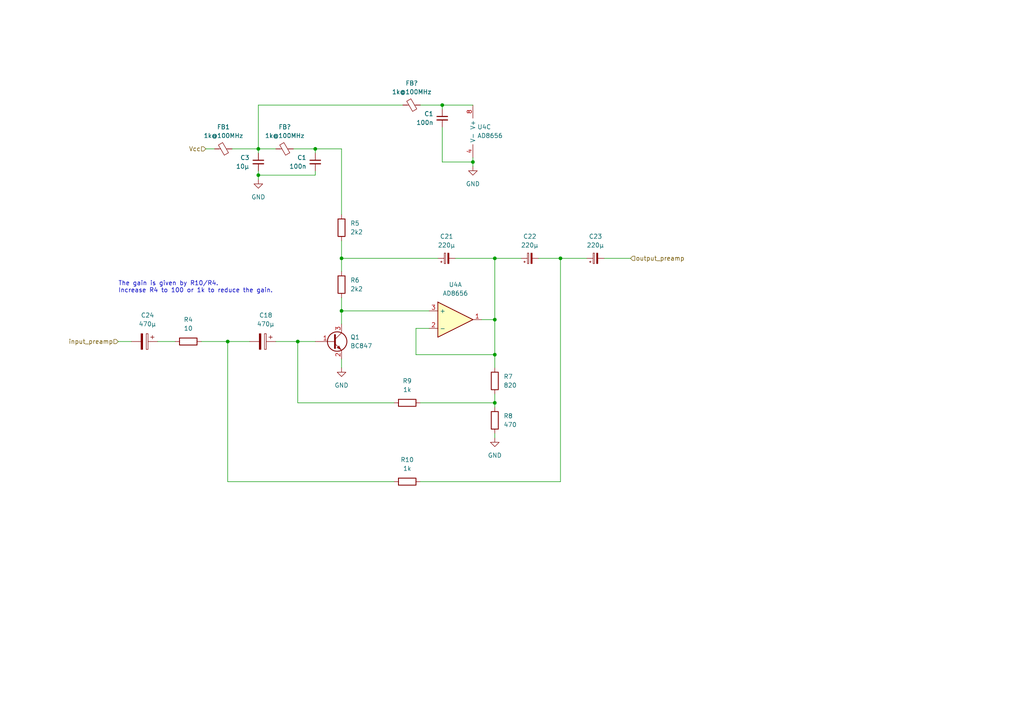
<source format=kicad_sch>
(kicad_sch (version 20230121) (generator eeschema)
  (paper "A4")
  (lib_symbols
    (symbol "Device:C_Polarized" (pin_numbers hide) (pin_names (offset 0.254))
      (property "Reference" "C" (at 0.635 2.54 0))
      (property "Value" "C_Polarized" (at 0.635 -2.54 0))
      (symbol "C_Polarized_0_1"
        (rectangle (start -2.286 0.508) (end 2.286 1.016))
        (polyline (pts (xy -1.778 2.286) (xy -0.762 2.286)))
        (polyline (pts (xy -1.27 2.794) (xy -1.27 1.778)))
        (rectangle (start 2.286 -0.508) (end -2.286 -1.016) (fill (type outline)))
      )
      (symbol "C_Polarized_1_1"
        (pin passive line (at 0 3.81 270) (length 2.794) (name "~") (number "1"))
        (pin passive line (at 0 -3.81 90) (length 2.794) (name "~") (number "2"))
      )
    )
    (symbol "Device:C_Polarized_Small" (pin_numbers hide) (pin_names (offset 0.254) hide)
      (property "Reference" "C" (at 0.254 1.778 0))
      (property "Value" "C_Polarized_Small" (at 0.254 -2.032 0))
      (symbol "C_Polarized_Small_0_1"
        (rectangle (start -1.524 -0.3048) (end 1.524 -0.6858) (fill (type outline)))
        (rectangle (start -1.524 0.6858) (end 1.524 0.3048))
        (polyline (pts (xy -1.27 1.524) (xy -0.762 1.524)))
        (polyline (pts (xy -1.016 1.27) (xy -1.016 1.778)))
      )
      (symbol "C_Polarized_Small_1_1"
        (pin passive line (at 0 2.54 270) (length 1.8542) (name "~") (number "1"))
        (pin passive line (at 0 -2.54 90) (length 1.8542) (name "~") (number "2"))
      )
    )
    (symbol "Device:C_Small" (pin_numbers hide) (pin_names (offset 0.254) hide)
      (property "Reference" "C" (at 0.254 1.778 0))
      (property "Value" "C_Small" (at 0.254 -2.032 0))
      (symbol "C_Small_0_1"
        (polyline (pts (xy -1.524 -0.508) (xy 1.524 -0.508)) (stroke (width 0.3302)))
        (polyline (pts (xy -1.524 0.508) (xy 1.524 0.508)) (stroke (width 0.3048)))
      )
      (symbol "C_Small_1_1"
        (pin passive line (at 0 2.54 270) (length 2.032) (name "~") (number "1"))
        (pin passive line (at 0 -2.54 90) (length 2.032) (name "~") (number "2"))
      )
    )
    (symbol "Device:FerriteBead_Small" (pin_numbers hide) (pin_names (offset 0))
      (property "Reference" "FB" (at 1.905 1.27 0))
      (property "Value" "FerriteBead_Small" (at 1.905 -1.27 0))
      (symbol "FerriteBead_Small_0_1"
        (polyline (pts (xy 0 -1.27) (xy 0 -0.7874)))
        (polyline (pts (xy 0 0.889) (xy 0 1.2954)))
        (polyline (pts (xy -1.8288 0.2794) (xy -1.1176 1.4986) (xy 1.8288 -0.2032) (xy 1.1176 -1.4224) (xy -1.8288 0.2794)))
      )
      (symbol "FerriteBead_Small_1_1"
        (pin passive line (at 0 2.54 270) (length 1.27) (name "~") (number "1"))
        (pin passive line (at 0 -2.54 90) (length 1.27) (name "~") (number "2"))
      )
    )
    (symbol "Device:Opamp_Dual"
      (property "Reference" "U" (at 0 5.08 0))
      (property "Value" "Opamp_Dual" (at 0 -5.08 0))
      (symbol "Opamp_Dual_1_1"
        (polyline (pts (xy -5.08 5.08) (xy 5.08 0) (xy -5.08 -5.08) (xy -5.08 5.08)) (stroke (width 0.254)) (fill (type background)))
        (pin output line (at 7.62 0 180) (length 2.54) (name "~") (number "1"))
        (pin input line (at -7.62 -2.54 0) (length 2.54) (name "-") (number "2"))
        (pin input line (at -7.62 2.54 0) (length 2.54) (name "+") (number "3"))
      )
      (symbol "Opamp_Dual_2_1"
        (polyline (pts (xy -5.08 5.08) (xy 5.08 0) (xy -5.08 -5.08) (xy -5.08 5.08)) (stroke (width 0.254)) (fill (type background)))
        (pin input line (at -7.62 2.54 0) (length 2.54) (name "+") (number "5"))
        (pin input line (at -7.62 -2.54 0) (length 2.54) (name "-") (number "6"))
        (pin output line (at 7.62 0 180) (length 2.54) (name "~") (number "7"))
      )
      (symbol "Opamp_Dual_3_1"
        (pin power_in line (at -2.54 -7.62 90) (length 3.81) (name "V-") (number "4"))
        (pin power_in line (at -2.54 7.62 270) (length 3.81) (name "V+") (number "8"))
      )
    )
    (symbol "Device:R" (pin_numbers hide) (pin_names (offset 0))
      (property "Reference" "R" (at 2.032 0 90))
      (property "Value" "R" (at 0 0 90))
      (symbol "R_0_1"
        (rectangle (start -1.016 -2.54) (end 1.016 2.54) (stroke (width 0.254)))
      )
      (symbol "R_1_1"
        (pin passive line (at 0 3.81 270) (length 1.27) (name "~") (number "1"))
        (pin passive line (at 0 -3.81 90) (length 1.27) (name "~") (number "2"))
      )
    )
    (symbol "Transistor_BJT:BC847" (pin_names (offset 0) hide)
      (property "Reference" "Q" (at 5.08 1.905 0))
      (property "Value" "BC847" (at 5.08 0 0))
      (symbol "BC847_0_1"
        (polyline (pts (xy 0.635 0.635) (xy 2.54 2.54)))
        (polyline (pts (xy 0.635 -0.635) (xy 2.54 -2.54) (xy 2.54 -2.54)))
        (polyline (pts (xy 0.635 1.905) (xy 0.635 -1.905) (xy 0.635 -1.905)) (stroke (width 0.508)))
        (polyline (pts (xy 1.27 -1.778) (xy 1.778 -1.27) (xy 2.286 -2.286) (xy 1.27 -1.778) (xy 1.27 -1.778)) (fill (type outline)))
        (circle (center 1.27 0) (radius 2.8194) (stroke (width 0.254)))
      )
      (symbol "BC847_1_1"
        (pin input line (at -5.08 0 0) (length 5.715) (name "B") (number "1"))
        (pin passive line (at 2.54 -5.08 90) (length 2.54) (name "E") (number "2"))
        (pin passive line (at 2.54 5.08 270) (length 2.54) (name "C") (number "3"))
      )
    )
    (symbol "power:GND" (power) (pin_names (offset 0))
      (property "Value" "GND" (at 0 -3.81 0))
      (symbol "GND_0_1"
        (polyline (pts (xy 0 0) (xy 0 -1.27) (xy 1.27 -1.27) (xy 0 -2.54) (xy -1.27 -1.27) (xy 0 -1.27)))
      )
      (symbol "GND_1_1"
        (pin power_in line (at 0 0 270) (length 0) hide (name "GND") (number "1"))
      )
    )
  )
  (junction (at 74.93 43.18))
  (junction (at 86.36 99.06))
  (junction (at 128.27 30.48))
  (junction (at 143.51 116.84))
  (junction (at 99.06 90.17))
  (junction (at 162.56 74.93))
  (junction (at 91.44 43.18))
  (junction (at 143.51 74.93))
  (junction (at 74.93 50.8))
  (junction (at 99.06 74.93))
  (junction (at 143.51 92.71))
  (junction (at 137.16 46.99))
  (junction (at 66.04 99.06))
  (junction (at 143.51 102.87))
  (wire (pts (xy 114.3 116.84) (xy 86.36 116.84)))
  (wire (pts (xy 137.16 45.72) (xy 137.16 46.99)))
  (wire (pts (xy 143.51 74.93) (xy 151.13 74.93)))
  (wire (pts (xy 91.44 49.53) (xy 91.44 50.8)))
  (wire (pts (xy 139.7 92.71) (xy 143.51 92.71)))
  (wire (pts (xy 99.06 43.18) (xy 99.06 62.23)))
  (wire (pts (xy 128.27 31.75) (xy 128.27 30.48)))
  (wire (pts (xy 127 74.93) (xy 99.06 74.93)))
  (wire (pts (xy 128.27 46.99) (xy 137.16 46.99)))
  (wire (pts (xy 91.44 50.8) (xy 74.93 50.8)))
  (wire (pts (xy 175.26 74.93) (xy 182.88 74.93)))
  (wire (pts (xy 99.06 86.36) (xy 99.06 90.17)))
  (wire (pts (xy 143.51 74.93) (xy 132.08 74.93)))
  (wire (pts (xy 128.27 36.83) (xy 128.27 46.99)))
  (wire (pts (xy 162.56 139.7) (xy 162.56 74.93)))
  (wire (pts (xy 143.51 102.87) (xy 143.51 106.68)))
  (wire (pts (xy 91.44 43.18) (xy 85.09 43.18)))
  (wire (pts (xy 59.69 43.18) (xy 62.23 43.18)))
  (wire (pts (xy 121.92 139.7) (xy 162.56 139.7)))
  (wire (pts (xy 162.56 74.93) (xy 170.18 74.93)))
  (wire (pts (xy 74.93 43.18) (xy 67.31 43.18)))
  (wire (pts (xy 74.93 43.18) (xy 74.93 44.45)))
  (wire (pts (xy 99.06 74.93) (xy 99.06 78.74)))
  (wire (pts (xy 124.46 90.17) (xy 99.06 90.17)))
  (wire (pts (xy 66.04 139.7) (xy 114.3 139.7)))
  (wire (pts (xy 45.72 99.06) (xy 50.8 99.06)))
  (wire (pts (xy 143.51 116.84) (xy 143.51 118.11)))
  (wire (pts (xy 143.51 102.87) (xy 120.65 102.87)))
  (wire (pts (xy 74.93 50.8) (xy 74.93 52.07)))
  (wire (pts (xy 162.56 74.93) (xy 156.21 74.93)))
  (wire (pts (xy 66.04 99.06) (xy 72.39 99.06)))
  (wire (pts (xy 91.44 43.18) (xy 99.06 43.18)))
  (wire (pts (xy 143.51 92.71) (xy 143.51 102.87)))
  (wire (pts (xy 91.44 44.45) (xy 91.44 43.18)))
  (wire (pts (xy 137.16 46.99) (xy 137.16 48.26)))
  (wire (pts (xy 34.29 99.06) (xy 38.1 99.06)))
  (wire (pts (xy 74.93 43.18) (xy 80.01 43.18)))
  (wire (pts (xy 58.42 99.06) (xy 66.04 99.06)))
  (wire (pts (xy 99.06 104.14) (xy 99.06 106.68)))
  (wire (pts (xy 66.04 99.06) (xy 66.04 139.7)))
  (wire (pts (xy 86.36 116.84) (xy 86.36 99.06)))
  (wire (pts (xy 128.27 30.48) (xy 137.16 30.48)))
  (wire (pts (xy 128.27 30.48) (xy 121.92 30.48)))
  (wire (pts (xy 143.51 92.71) (xy 143.51 74.93)))
  (wire (pts (xy 143.51 114.3) (xy 143.51 116.84)))
  (wire (pts (xy 143.51 116.84) (xy 121.92 116.84)))
  (wire (pts (xy 74.93 30.48) (xy 74.93 43.18)))
  (wire (pts (xy 99.06 69.85) (xy 99.06 74.93)))
  (wire (pts (xy 120.65 102.87) (xy 120.65 95.25)))
  (wire (pts (xy 99.06 90.17) (xy 99.06 93.98)))
  (wire (pts (xy 116.84 30.48) (xy 74.93 30.48)))
  (wire (pts (xy 74.93 49.53) (xy 74.93 50.8)))
  (wire (pts (xy 86.36 99.06) (xy 91.44 99.06)))
  (wire (pts (xy 143.51 125.73) (xy 143.51 127)))
  (wire (pts (xy 120.65 95.25) (xy 124.46 95.25)))
  (wire (pts (xy 80.01 99.06) (xy 86.36 99.06)))
  (text "The gain is given by R10/R4.\nIncrease R4 to 100 or 1k to reduce the gain." (at 34.29 85.09 0) (effects (font (size 1.27 1.27)) (justify left bottom)))
  (hierarchical_label "output_preamp" (shape input) (at 182.88 74.93 0))
  (hierarchical_label "Vcc" (shape input) (at 59.69 43.18 180))
  (hierarchical_label "input_preamp" (shape input) (at 34.29 99.06 180))
  (symbol (lib_id "power:GND") (at 74.93 52.07 0) (mirror y) (unit 1)
    (property "Reference" "#PWR0101" (effects hide))
    (property "Value" "GND" (at 74.93 57.15 0))
    (instances (project "Radar_Amp_v2" (path "" (reference "#PWR0101") (unit 1)) (path "" (reference "#PWR012") (unit 1))))
  )
  (symbol (lib_id "Transistor_BJT:BC847") (at 96.52 99.06 0) (unit 1)
    (property "Reference" "Q1" (at 101.6 97.79 0) (effects (justify left)))
    (property "Value" "BC847" (at 101.6 100.33 0) (effects (justify left)))
    (property "Footprint" "Package_TO_SOT_SMD:SOT-23" (effects hide))
    (property "Datasheet" "http://www.infineon.com/dgdl/Infineon-BC847SERIES_BC848SERIES_BC849SERIES_BC850SERIES-DS-v01_01-en.pdf?fileId=db3a304314dca389011541d4630a1657" (effects hide))
    (property "Manufacture #" "BC847C,215" (effects hide))
  )
  (symbol (lib_id "Device:C_Polarized_Small") (at 153.67 74.93 90) (unit 1)
    (property "Reference" "C22" (at 153.6763 68.58 90))
    (property "Value" "220µ" (at 153.6763 71.12 90))
    (property "Footprint" "Capacitor_SMD:C_Elec_6.3x7.7" (effects hide))
    (property "Manufacture #" "865060345007" (effects hide))
  )
  (symbol (lib_id "Device:Opamp_Dual") (at 132.08 92.71 0) (unit 1)
    (property "Reference" "U4" (at 132.08 82.55 0))
    (property "Value" "AD8656" (at 132.08 85.09 0))
    (property "Footprint" "Package_SO:SOIC-8_3.9x4.9mm_P1.27mm" (effects hide))
    (property "Manufacture #" "AD8656ARZ" (effects hide))
  )
  (symbol (lib_id "Device:R") (at 143.51 110.49 180) (unit 1)
    (property "Reference" "R7" (at 146.05 109.22 0) (effects (justify right)))
    (property "Value" "820" (at 146.05 111.76 0) (effects (justify right)))
    (property "Footprint" "Resistor_SMD:R_1206_3216Metric_Pad1.30x1.75mm_HandSolder" (effects hide))
    (property "Manufacture #" "CR1206-FX-8200ELF" (effects hide))
  )
  (symbol (lib_id "Device:C_Polarized_Small") (at 172.72 74.93 90) (unit 1)
    (property "Reference" "C23" (at 172.7263 68.58 90))
    (property "Value" "220µ" (at 172.7263 71.12 90))
    (property "Footprint" "Capacitor_SMD:C_Elec_6.3x7.7" (effects hide))
    (property "Manufacture #" "865060345007" (effects hide))
  )
  (symbol (lib_id "Device:C_Small") (at 128.27 34.29 0) (mirror y) (unit 1)
    (property "Reference" "C1" (at 125.73 33.02 0) (effects (justify left)))
    (property "Value" "100n" (at 125.73 35.56 0) (effects (justify left)))
    (property "Footprint" "Capacitor_SMD:C_1206_3216Metric_Pad1.33x1.80mm_HandSolder" (effects hide))
    (property "Manufacture #" "C1206C104M5RACTU" (effects hide))
    (instances (project "Radar_Amp_v2" (path "" (reference "C1") (unit 1)) (path "" (reference "C25") (unit 1))))
  )
  (symbol (lib_id "Device:C_Polarized") (at 41.91 99.06 270) (unit 1)
    (property "Reference" "C24" (at 42.799 91.44 90))
    (property "Value" "470µ" (at 42.799 93.98 90))
    (property "Footprint" "Capacitor_SMD:CP_Elec_8x10" (effects hide))
    (property "Manufacture #" "865080353015" (effects hide))
  )
  (symbol (lib_id "Device:C_Polarized") (at 76.2 99.06 270) (unit 1)
    (property "Reference" "C18" (at 77.089 91.44 90))
    (property "Value" "470µ" (at 77.089 93.98 90))
    (property "Footprint" "Capacitor_SMD:CP_Elec_8x10" (effects hide))
    (property "Manufacture #" "865080353015" (effects hide))
  )
  (symbol (lib_id "Device:FerriteBead_Small") (at 119.38 30.48 270) (mirror x) (unit 1)
    (property "Reference" "FB?" (at 119.4181 24.13 90))
    (property "Value" "1k@100MHz" (at 119.4181 26.67 90))
    (property "Footprint" "Inductor_SMD:L_1206_3216Metric_Pad1.22x1.90mm_HandSolder" (effects hide))
    (property "Manufacture #" "BLM31KN102SN1L" (effects hide))
    (instances (project "Radar_Amp_v2" (path "" (reference "FB?") (unit 1)) (path "" (reference "FB11") (unit 1))))
  )
  (symbol (lib_id "Device:R") (at 143.51 121.92 180) (unit 1)
    (property "Reference" "R8" (at 146.05 120.65 0) (effects (justify right)))
    (property "Value" "470" (at 146.05 123.19 0) (effects (justify right)))
    (property "Footprint" "Resistor_SMD:R_1206_3216Metric_Pad1.30x1.75mm_HandSolder" (effects hide))
    (property "Manufacture #" "CR1206-FX-4700ELF" (effects hide))
  )
  (symbol (lib_id "power:GND") (at 99.06 106.68 0) (unit 1)
    (property "Reference" "#PWR013" (effects hide))
    (property "Value" "GND" (at 99.06 111.76 0))
  )
  (symbol (lib_id "Device:R") (at 118.11 139.7 270) (unit 1)
    (property "Reference" "R10" (at 118.11 133.35 90))
    (property "Value" "1k" (at 118.11 135.89 90))
    (property "Footprint" "Resistor_SMD:R_1206_3216Metric_Pad1.30x1.75mm_HandSolder" (effects hide))
    (property "Manufacture #" "CR1206-FX-1002ELF" (effects hide))
  )
  (symbol (lib_id "power:GND") (at 143.51 127 0) (unit 1)
    (property "Reference" "#PWR014" (effects hide))
    (property "Value" "GND" (at 143.51 132.08 0))
  )
  (symbol (lib_id "Device:C_Small") (at 91.44 46.99 0) (mirror y) (unit 1)
    (property "Reference" "C1" (at 88.9 45.72 0) (effects (justify left)))
    (property "Value" "100n" (at 88.9 48.26 0) (effects (justify left)))
    (property "Footprint" "Capacitor_SMD:C_1206_3216Metric_Pad1.33x1.80mm_HandSolder" (effects hide))
    (property "Manufacture #" "C1206C104M5RACTU" (effects hide))
    (instances (project "Radar_Amp_v2" (path "" (reference "C1") (unit 1)) (path "" (reference "C20") (unit 1))))
  )
  (symbol (lib_id "Device:FerriteBead_Small") (at 82.55 43.18 270) (mirror x) (unit 1)
    (property "Reference" "FB?" (at 82.5881 36.83 90))
    (property "Value" "1k@100MHz" (at 82.5881 39.37 90))
    (property "Footprint" "Inductor_SMD:L_1206_3216Metric_Pad1.22x1.90mm_HandSolder" (effects hide))
    (property "Manufacture #" "BLM31KN102SN1L" (effects hide))
    (instances (project "Radar_Amp_v2" (path "" (reference "FB?") (unit 1)) (path "" (reference "FB10") (unit 1))))
  )
  (symbol (lib_id "Device:R") (at 99.06 66.04 180) (unit 1)
    (property "Reference" "R5" (at 101.6 64.77 0) (effects (justify right)))
    (property "Value" "2k2" (at 101.6 67.31 0) (effects (justify right)))
    (property "Footprint" "Resistor_SMD:R_1206_3216Metric_Pad1.30x1.75mm_HandSolder" (effects hide))
    (property "Manufacture #" "CR1206-FX-2202ELF" (effects hide))
  )
  (symbol (lib_id "Device:R") (at 118.11 116.84 270) (unit 1)
    (property "Reference" "R9" (at 118.11 110.49 90))
    (property "Value" "1k" (at 118.11 113.03 90))
    (property "Footprint" "Resistor_SMD:R_1206_3216Metric_Pad1.30x1.75mm_HandSolder" (effects hide))
    (property "Manufacture #" "CR1206-FX-1002ELF" (effects hide))
  )
  (symbol (lib_id "Device:C_Polarized_Small") (at 129.54 74.93 90) (unit 1)
    (property "Reference" "C21" (at 129.5463 68.58 90))
    (property "Value" "220µ" (at 129.5463 71.12 90))
    (property "Footprint" "Capacitor_SMD:C_Elec_6.3x7.7" (effects hide))
    (property "Manufacture #" "865060345007" (effects hide))
  )
  (symbol (lib_id "power:GND") (at 137.16 48.26 0) (unit 1)
    (property "Reference" "#PWR015" (effects hide))
    (property "Value" "GND" (at 137.16 53.34 0))
  )
  (symbol (lib_id "Device:FerriteBead_Small") (at 64.77 43.18 270) (mirror x) (unit 1)
    (property "Reference" "FB1" (at 64.8081 36.83 90))
    (property "Value" "1k@100MHz" (at 64.8081 39.37 90))
    (property "Footprint" "Inductor_SMD:L_1206_3216Metric_Pad1.22x1.90mm_HandSolder" (effects hide))
    (property "Manufacture #" "BLM31KN102SN1L" (effects hide))
    (instances (project "Radar_Amp_v2" (path "" (reference "FB1") (unit 1)) (path "" (reference "FB9") (unit 1))))
  )
  (symbol (lib_id "Device:R") (at 99.06 82.55 180) (unit 1)
    (property "Reference" "R6" (at 101.6 81.28 0) (effects (justify right)))
    (property "Value" "2k2" (at 101.6 83.82 0) (effects (justify right)))
    (property "Footprint" "Resistor_SMD:R_1206_3216Metric_Pad1.30x1.75mm_HandSolder" (effects hide))
    (property "Manufacture #" "CR1206-FX-2202ELF" (effects hide))
  )
  (symbol (lib_id "Device:R") (at 54.61 99.06 90) (unit 1)
    (property "Reference" "R4" (at 54.61 92.71 90))
    (property "Value" "10" (at 54.61 95.25 90))
    (property "Footprint" "Resistor_SMD:R_1206_3216Metric_Pad1.30x1.75mm_HandSolder" (effects hide))
    (property "Manufacture #" "CR1206-FX-10R0ELF " (effects hide))
  )
  (symbol (lib_id "Device:C_Small") (at 74.93 46.99 0) (mirror y) (unit 1)
    (property "Reference" "C3" (at 72.39 45.7262 0) (effects (justify left)))
    (property "Value" "10µ" (at 72.39 48.2662 0) (effects (justify left)))
    (property "Footprint" "Capacitor_SMD:C_1206_3216Metric_Pad1.33x1.80mm_HandSolder" (effects hide))
    (property "Manufacture #" "C1206C106K4RACTU" (effects hide))
    (instances (project "Radar_Amp_v2" (path "" (reference "C3") (unit 1)) (path "" (reference "C19") (unit 1))))
  )
  (symbol (lib_id "Device:Opamp_Dual") (at 139.7 38.1 0) (unit 3)
    (property "Reference" "U4" (at 138.43 36.83 0) (effects (justify left)))
    (property "Value" "AD8656" (at 138.43 39.37 0) (effects (justify left)))
    (property "Footprint" "Package_SO:SOIC-8_3.9x4.9mm_P1.27mm" (effects hide))
    (property "Manufacture #" "AD8656ARZ" (effects hide))
  )
)
</source>
